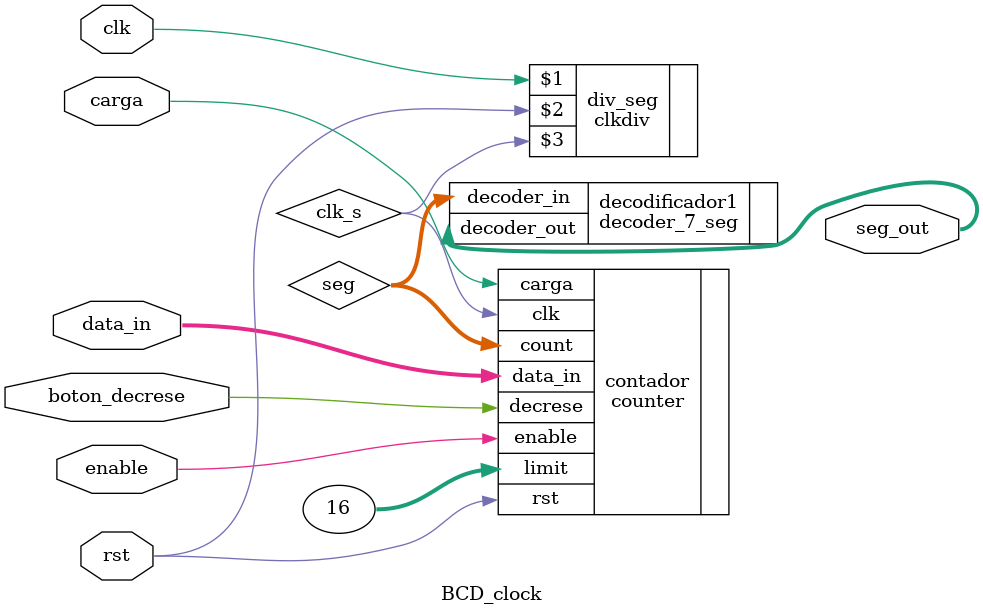
<source format=v>
module BCD_clock#(parameter N = 4)(

	input clk, rst, enable, boton_decrese, carga,
	input [3:0] data_in,
	output [0:6] seg_out

	);

// variables auxiliares
wire clk_s, enable_out, rst_out;
wire [N-1:0]seg;




//divido el reloj en segundos
clkdiv #(.CONST_N(50000000))div_seg(clk, rst, clk_s);

//contador de hasta 15 en hexadeciamal
counter #(.N(N)) contador (
.clk(clk_s),
.rst(rst),
.decrese(boton_decrese),
.carga(carga),
.enable(enable),
.limit(16),
.data_in(data_in),
.count(seg)
);





//decodificador de 7 segmentos
decoder_7_seg decodificador1 (.decoder_in(seg), .decoder_out(seg_out));




endmodule



</source>
